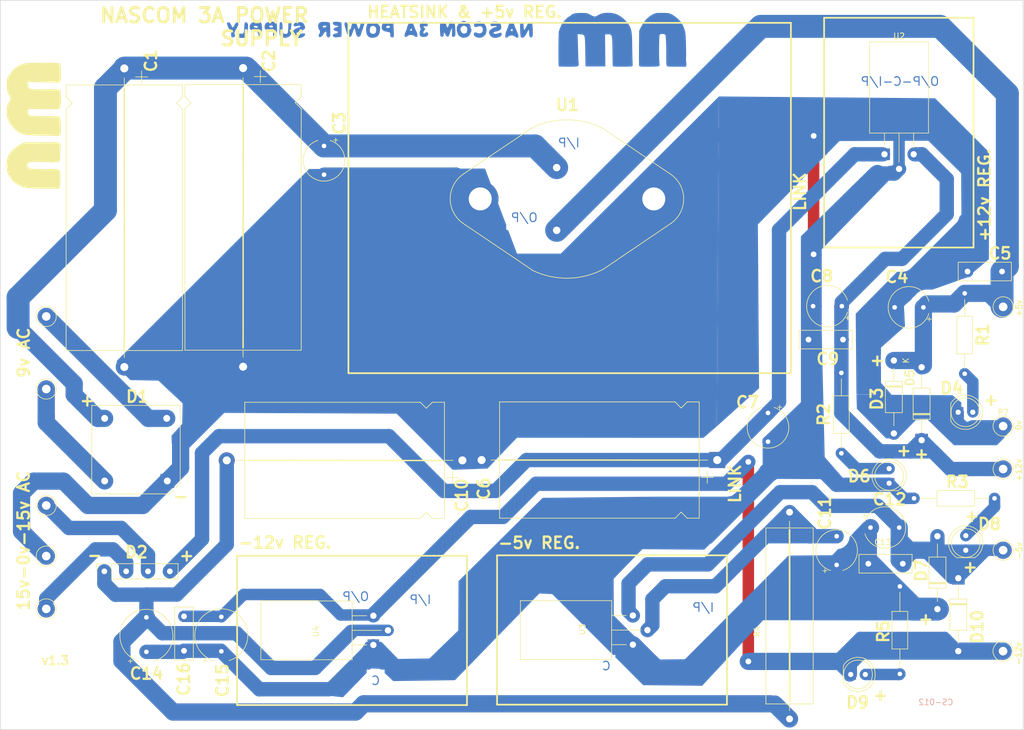
<source format=kicad_pcb>
(kicad_pcb (version 20241229) (generator "pcbnew") (generator_version "9.0")
  (title_block (title "3A PSU / KIcad 9") (date "2025-03-29") (rev "V1.3"))
  (layers (0 "F.Cu" signal) (2 "B.Cu" signal) (13 "F.Paste" user) (15 "B.Paste" user) (5 "F.SilkS" user "F.Silkscreen") (7 "B.SilkS" user "B.Silkscreen") (1 "F.Mask" user) (3 "B.Mask" user) (25 "Edge.Cuts" user))
  (net 0 "")
  (net 1 "GND")
  (net 2 "Net-(D3-K)")
  (net 3 "Net-(D5-K)")
  (net 4 "Net-(U3-VI)")
  (net 5 "Net-(D10-K)")
  (net 6 "Net-(D10-A)")
  (net 7 "Net-(P1-Pin_1)")
  (net 8 "Net-(P2-Pin_1)")
  (net 9 "Net-(P3-Pin_1)")
  (net 10 "Net-(P5-Pin_1)")
  (net 11 "Net-(D4-A)")
  (net 12 "Net-(D6-A)")
  (net 13 "Net-(D8-A)")
  (net 14 "Net-(D9-A)")
  (net 15 "Net-(D2-+)")
  (net 16 "Net-(D1-+)")
  (net 17 "Net-(D2--)")
  (footprint "Capacitor_THT:CP_Radial_Tantal_D7.0mm_P5.00mm" (layer "F.Cu") (at 201.419711 141.814231)
    (property "Reference" "C12")
    (property "Value" "2.2uF")
  )
  (footprint "TestPoint:TestPoint_THTPad_D3.0mm_Drill1.5mm" (layer "F.Cu") (at 224.5 124.145541)
    (property "Reference" "P7")
    (property "Value" "0V")
  )
  (footprint "TestPoint:TestPoint_THTPad_D3.0mm_Drill1.5mm" (layer "F.Cu") (at 58 105.050231)
    (property "Reference" "P1" (hide yes))
    (property "Value" "9VAC")
  )
  (footprint "Nascom:R_Axial_DIN0207_L6.3mm_D2.5mm_P14mm_Horizontal" (layer "F.Cu") (at 196.351895 114.87542 -90)
    (property "Reference" "R2")
    (property "Value" "1K")
  )
  (footprint "Nascom:C_Disc_D9.0mm_W3.0mm_P6.00mm" (layer "F.Cu") (at 201.045687 148.108817)
    (property "Reference" "C13")
    (property "Value" "0.1uF")
  )
  (footprint "Capacitor_THT:CP_Radial_Tantal_D7.0mm_P5.00mm" (layer "F.Cu") (at 195.528832 148.320233 90)
    (property "Reference" "C11")
    (property "Value" "2.2uF")
  )
  (footprint "TestPoint:TestPoint_THTPad_D3.0mm_Drill1.5mm" (layer "F.Cu") (at 224.5 131.620814)
    (property "Reference" "P8" (hide yes))
    (property "Value" "+12V")
  )
  (footprint "Diode_THT:D_DO-41_SOD81_P12.70mm_Horizontal" (layer "F.Cu") (at 210.317764 126.595393 90)
    (property "Reference" "D5")
    (property "Value" "1N4001")
  )
  (footprint "Nascom:R_Axial_Power_L31.0mm_W8.0mm_P36mm" (layer "F.Cu") (at 187.333891 175.136217 90)
    (property "Reference" "R4")
    (property "Value" "10")
  )
  (footprint "Diode_THT:D_DO-41_SOD81_P12.70mm_Horizontal" (layer "F.Cu") (at 216.697199 150.629089 -90)
    (property "Reference" "D10")
    (property "Value" "1N4001")
  )
  (footprint "Nascom:C_Disc_D9.0mm_W3.0mm_P6.00mm" (layer "F.Cu") (at 81.968061 163.267079 90)
    (property "Reference" "C16")
    (property "Value" "0.1uF")
  )
  (footprint "MountingHole:MountingHole_3.5mm" (layer "F.Cu") (at 168.412581 159.615629)
    (property "Reference" "TR2" (hide yes))
    (property "Value" "MountingHole")
  )
  (footprint "Diode_THT:Diode_Bridge_15.2x15.2x6.3mm_P10.9mm" (layer "F.Cu") (at 79.060821 133.696735 180)
    (property "Reference" "D1")
    (property "Value" "D_Bridge_-A+A")
  )
  (footprint "MountingHole:MountingHole_3.5mm" (layer "F.Cu") (at 206.391832 85.156689)
    (property "Reference" "TR1" (hide yes))
    (property "Value" "MountingHole")
  )
  (footprint "Capacitor_THT:CP_Axial_L46.0mm_D20.0mm_P52.00mm_Horizontal" (layer "F.Cu") (at 92.249444 61.807345 -90)
    (property "Reference" "C2")
    (property "Value" "3300uF")
  )
  (footprint "Nascom:nm logo" (layer "F.Cu") (at 55.858307 71.965296 90)
    (property "Reference" "G001" (hide yes))
    (property "Value" "LOGO" (hide yes))
  )
  (footprint "Nascom:TO-220-3_Horizontal_TabDown_staggered" (layer "F.Cu") (at 203.851832 76.816902)
    (property "Reference" "U2")
    (property "Value" "L7812")
  )
  (footprint "LED_THT:LED_D5.0mm" (layer "F.Cu") (at 197.982161 167.393498)
    (property "Reference" "D9")
    (property "Value" "LED")
  )
  (footprint "Nascom:TO-220-3_Horizontal_TabDown_staggered" (layer "F.Cu") (at 160.073034 162.202859 90)
    (property "Reference" "U3")
    (property "Value" "L7905")
  )
  (footprint "TestPoint:TestPoint_THTPad_D3.0mm_Drill1.5mm" (layer "F.Cu") (at 224.48652 163.329779)
    (property "Reference" "P10" (hide yes))
    (property "Value" "-12V")
  )
  (footprint "TestPoint:TestPoint_THTPad_D3.0mm_Drill1.5mm" (layer "F.Cu") (at 58 155.97262)
    (property "Reference" "P5" (hide yes))
    (property "Value" "15VAC")
  )
  (footprint "Resistor_THT:R_Axial_DIN0207_L6.3mm_D2.5mm_P15.24mm_Horizontal" (layer "F.Cu") (at 206.528595 152.05865 -90)
    (property "Reference" "R5")
    (property "Value" "1K")
  )
  (footprint "Nascom:CP_Radial_Tantal_D8.0mm_P6.00mm" (layer "F.Cu") (at 75.428214 163.164786 90)
    (property "Reference" "C14")
    (property "Value" "2.2uF")
  )
  (footprint "MountingHole:MountingHole_3.5mm" (layer "F.Cu") (at 224.109413 172.101957)
    (property "Reference" "H3" (hide yes))
    (property "Value" "MountingHole")
  )
  (footprint "Capacitor_THT:CP_Axial_L46.0mm_D20.0mm_P52.00mm_Horizontal" (layer "F.Cu") (at 71.581206 61.860526 -90)
    (property "Reference" "C1")
    (property "Value" "3300uF")
  )
  (footprint "TestPoint:TestPoint_THTPad_D3.0mm_Drill1.5mm" (layer "F.Cu") (at 224.5 103.375737)
    (property "Reference" "P6" (hide yes))
    (property "Value" "+5V")
  )
  (footprint "MountingHole:MountingHole_3.5mm" (layer "F.Cu") (at 53.864078 172.131522)
    (property "Reference" "H2" (hide yes))
    (property "Value" "MountingHole")
  )
  (footprint "Nascom:R_Axial_DIN0207_L6.3mm_D2.5mm_P14mm_Horizontal" (layer "F.Cu") (at 209.002836 136.724958)
    (property "Reference" "R3")
    (property "Value" "270")
  )
  (footprint "LED_THT:LED_D5.0mm" (layer "F.Cu") (at 218.000257 145.7615 90)
    (property "Reference" "D8")
    (property "Value" "LED")
  )
  (footprint "Diode_THT:D_DO-41_SOD81_P12.70mm_Horizontal" (layer "F.Cu") (at 213.065975 156.013739 90)
    (property "Reference" "D7")
    (property "Value" "1N4001")
  )
  (footprint "Capacitor_THT:CP_Axial_L34.5mm_D20.0mm_P41.00mm_Horizontal" (layer "F.Cu") (at 130.40842 130.112085 180)
    (property "Reference" "C10")
    (property "Value" "1000uF")
  )
  (footprint "Nascom:Bridge_Rectifier_BR81D" (layer "F.Cu") (at 68.105213 149.433692 90)
    (property "Reference" "D2")
    (property "Value" "D_Bridge_-AA+")
  )
  (footprint "TestPoint:TestPoint_THTPad_D3.0mm_Drill1.5mm" (layer "F.Cu") (at 224.499127 145.753596)
    (property "Reference" "P9" (hide yes))
    (property "Value" "-5V")
  )
  (footprint "Capacitor_THT:CP_Radial_Tantal_D7.0mm_P5.00mm" (layer "F.Cu") (at 210.622751 103.468598 180)
    (property "Reference" "C4")
    (property "Value" "2.2uF")
  )
  (footprint "Capacitor_THT:CP_Radial_Tantal_D7.0mm_P5.00mm" (layer "F.Cu") (at 106.335221 75.364118 -90)
    (property "Reference" "C3")
    (property "Value" "2.2uF")
  )
  (footprint "Nascom:psu long logo inverted back copper" (layer "F.Cu") (at 129.322801 56.814815)
    (property "Reference" "G002" (hide yes))
    (property "Value" "LOGO" (hide yes))
  )
  (footprint "TestPoint:TestPoint_THTPad_D3.0mm_Drill1.5mm" (layer "F.Cu") (at 58 117.690869)
    (property "Reference" "P2" (hide yes))
    (property "Value" "9VAC")
  )
  (footprint "Nascom:C_Disc_D9.0mm_W3.0mm_P6.00mm" (layer "F.Cu") (at 224.306678 97.226306 180)
    (property "Reference" "C5")
    (property "Value" "0.1uF")
  )
  (footprint "Nascom:R_Axial_DIN0207_L6.3mm_D2.5mm_P14mm_Horizontal" (layer "F.Cu") (at 217.813675 101.029918 -90)
    (property "Reference" "R1")
    (property "Value" "270")
  )
  (footprint "TestPoint:TestPoint_THTPad_D3.0mm_Drill1.5mm" (layer "F.Cu") (at 58 137.957679)
    (property "Reference" "P3" (hide yes))
    (property "Value" "15VAC")
  )
  (footprint "Capacitor_THT:CP_Radial_Tantal_D7.0mm_P5.00mm" (layer "F.Cu") (at 196.434095 103.265782 180)
    (property "Reference" "C8")
    (property "Value" "2.2uF")
  )
  (footprint "Capacitor_THT:CP_Radial_Tantal_D7.0mm_P5.00mm" (layer "F.Cu") (at 183.587442 121.856163 -90)
    (property "Reference" "C7")
    (property "Value" "2.2uF")
  )
  (footprint "Package_TO_SOT_THT:TO-3" (layer "F.Cu") (at 146.812133 79.135272)
    (property "Reference" "U1")
    (property "Value" "LM323K")
  )
  (footprint "MountingHole:MountingHole_3.5mm" (layer "F.Cu") (at 122.908792 159.708475)
    (property "Reference" "TR3" (hide yes))
    (property "Value" "MountingHole")
  )
  (footprint "Nascom:C_Disc_D9.0mm_W3.0mm_P6.00mm" (layer "F.Cu") (at 196.640024 109.085042 180)
    (property "Reference" "C9")
    (property "Value" "0.1uF")
  )
  (footprint "LED_THT:LED_D5.0mm" (layer "F.Cu") (at 204.662912 134.091648 90)
    (property "Reference" "D6")
    (property "Value" "LED")
  )
  (footprint "Capacitor_THT:CP_Axial_L34.5mm_D20.0mm_P41.00mm_Horizontal" (layer "F.Cu") (at 174.750359 130.057917 180)
    (property "Reference" "C6")
    (property "Value" "1000uF")
  )
  (footprint "MountingHole:MountingHole_3.5mm" (layer "F.Cu") (at 73.610821 128.246735)
    (property "Reference" "BR1" (hide yes))
    (property "Value" "MountingHole")
  )
  (footprint "LED_THT:LED_D5.0mm" (layer "F.Cu") (at 216.676991 121.729608)
    (property "Reference" "D4")
    (property "Value" "LED")
  )
  (footprint "Diode_THT:D_DO-41_SOD81_P12.70mm_Horizontal" (layer "F.Cu") (at 205.484722 112.723697 -90)
    (property "Reference" "D3")
    (property "Value" "1N4001")
  )
  (footprint "MountingHole:MountingHole_3.5mm" (layer "F.Cu") (at 224.122798 54.875995)
    (property "Reference" "H4" (hide yes))
    (property "Value" "MountingHole")
  )
  (footprint "Nascom:TO-220-3_Horizontal_TabDown_staggered" (layer "F.Cu") (at 114.917196 162.248475 90)
    (property "Reference" "U4")
    (property "Value" "L7912")
  )
  (footprint "TestPoint:TestPoint_THTPad_D3.0mm_Drill1.5mm" (layer "F.Cu") (at 58 146.779429)
    (property "Reference" "P4" (hide yes))
    (property "Value" "GND")
  )
  (footprint "Nascom:CP_Radial_Tantal_D8.0mm_P6.00mm" (layer "F.Cu") (at 88.459641 163.071926 90)
    (property "Reference" "C15")
    (property "Value" "2.2uF")
  )
  (footprint "MountingHole:MountingHole_3.5mm" (layer "F.Cu") (at 53.883423 54.87498)
    (property "Reference" "H1" (hide yes))
    (property "Value" "MountingHole")
  )
  (gr_line (start 110.571708 53.928912) (end 187.571708 53.928912) (stroke (width 0.3)) (layer "F.SilkS"))
  (gr_line (start 137.275194 130.058166) (end 171.295193 130.063896) (stroke (width 0.25)) (layer "F.SilkS"))
  (gr_line (start 91.205684 146.722626) (end 91.205684 172.722626) (stroke (width 0.3)) (layer "F.SilkS"))
  (gr_line (start 136.440638 146.645708) (end 176.440638 146.645708) (stroke (width 0.3)) (layer "F.SilkS"))
  (gr_line (start 131.205684 172.722626) (end 131.205684 146.722626) (stroke (width 0.3)) (layer "F.SilkS"))
  (gr_line (start 92.265377 65.02901) (end 92.249403 110.516564) (stroke (width 0.25)) (layer "F.SilkS"))
  (gr_line (start 136.440638 146.645708) (end 136.440638 172.645708) (stroke (width 0.3)) (layer "F.SilkS"))
  (gr_line (start 176.440638 172.645708) (end 176.440638 146.645708) (stroke (width 0.3)) (layer "F.SilkS"))
  (gr_line (start 193.346301 93.049004) (end 193.346301 53.049004) (stroke (width 0.3)) (layer "F.SilkS"))
  (gr_line (start 71.570744 65.092042) (end 71.579338 110.59279) (stroke (width 0.25)) (layer "F.SilkS"))
  (gr_line (start 92.928978 130.113907) (end 126.942791 130.138989) (stroke (width 0.25)) (layer "F.SilkS"))
  (gr_line (start 187.334171 142.186732) (end 187.360795 172.080517) (stroke (width 0.3)) (layer "F.SilkS"))
  (gr_line (start 136.440638 172.645708) (end 176.440638 172.645708) (stroke (width 0.3)) (layer "F.SilkS"))
  (gr_line (start 91.205684 172.722626) (end 131.205684 172.722626) (stroke (width 0.3)) (layer "F.SilkS"))
  (gr_line (start 110.571708 114.928912) (end 110.571708 53.928912) (stroke (width 0.3)) (layer "F.SilkS"))
  (gr_line (start 187.571708 114.928912) (end 187.571708 53.928912) (stroke (width 0.3)) (layer "F.SilkS"))
  (gr_line (start 219.346301 53.049004) (end 193.346301 53.049004) (stroke (width 0.3)) (layer "F.SilkS"))
  (gr_line (start 193.346301 93.049004) (end 219.346301 93.049004) (stroke (width 0.3)) (layer "F.SilkS"))
  (gr_line (start 110.571708 114.928912) (end 187.571708 114.928912) (stroke (width 0.3)) (layer "F.SilkS"))
  (gr_line (start 219.346301 93.049004) (end 219.346301 53.049004) (stroke (width 0.3)) (layer "F.SilkS"))
  (gr_line (start 91.205684 146.722626) (end 131.205684 146.722626) (stroke (width 0.3)) (layer "F.SilkS"))
  (gr_line (start 50 50) (end 50 177) (stroke (width 0.1)) (layer "Edge.Cuts"))
  (gr_line (start 50 177) (end 228 177) (stroke (width 0.1)) (layer "Edge.Cuts"))
  (gr_line (start 228 50) (end 228 177) (stroke (width 0.1)) (layer "Edge.Cuts"))
  (gr_line (start 50 50) (end 228 50) (stroke (width 0.1)) (layer "Edge.Cuts"))
  (gr_text "C" (at 116.186805 169.341873 0) (layer "B.Cu") (effects (font (size 1.5 1.5) (thickness 0.1875)) (justify left bottom mirror)))
  (gr_text "O/P" (at 114.280015 154.700448 0) (layer "B.Cu") (effects (font (size 1.5 1.5) (thickness 0.1875)) (justify left bottom mirror)))
  (gr_text "I/P" (at 125.107859 155.245245 0) (layer "B.Cu") (effects (font (size 1.5 1.5) (thickness 0.1875)) (justify left bottom mirror)))
  (gr_text "O/P-C-I/P" (at 213.483105 65.003524 0) (layer "B.Cu") (effects (font (size 1.5 1.5) (thickness 0.1875)) (justify left bottom mirror)))
  (gr_text "I/P" (at 174.324387 156.597554 0) (layer "B.Cu") (effects (font (size 1.5 1.5) (thickness 0.1875)) (justify left bottom mirror)))
  (gr_text "O/P" (at 143.618195 88.716141 0) (layer "B.Cu") (effects (font (size 1.5 1.5) (thickness 0.1875)) (justify left bottom mirror)))
  (gr_text "C" (at 156.334729 166.778452 0) (layer "B.Cu") (effects (font (size 1.5 1.5) (thickness 0.1875)) (justify left bottom mirror)))
  (gr_text "I/P" (at 150.951676 75.704852 0) (layer "B.Cu") (effects (font (size 1.5 1.5) (thickness 0.1875)) (justify left bottom mirror)))
  (gr_text "-" (at 64.928756 147.778148 0) (layer "F.SilkS") (effects (font (size 2 2) (thickness 0.4) (bold yes)) (justify left bottom)))
  (gr_text "9v AC" (at 55.250966 115.961255 90) (layer "F.SilkS") (effects (font (size 2 2) (thickness 0.4) (bold yes)) (justify left bottom)))
  (gr_text "-" (at 79.888007 137.546804 0) (layer "F.SilkS") (effects (font (size 2 2) (thickness 0.4) (bold yes)) (justify left bottom)))
  (gr_text "+" (at 220.897738 120.725804 0) (layer "F.SilkS") (effects (font (size 2 2) (thickness 0.4) (bold yes)) (justify left bottom)))
  (gr_text "+5v" (at 227.853488 105.224926 90) (layer "F.SilkS") (effects (font (size 1 1) (thickness 0.2) (bold yes)) (justify left bottom)))
  (gr_text "15v-0v-15v AC" (at 55.232536 156.473418 90) (layer "F.SilkS") (effects (font (size 2 2) (thickness 0.4) (bold yes)) (justify left bottom)))
  (gr_text "+12v" (at 227.820448 133.900131 90) (layer "F.SilkS") (effects (font (size 1 1) (thickness 0.2) (bold yes)) (justify left bottom)))
  (gr_text "+" (at 63.644197 120.829217 0) (layer "F.SilkS") (effects (font (size 2 2) (thickness 0.4) (bold yes)) (justify left bottom)))
  (gr_text "NASCOM 3A POWER\n           SUPPLY" (at 67.081981 58.111274 0) (layer "F.SilkS") (effects (font (size 2.5 2.5) (thickness 0.5) (bold yes)) (justify left bottom)))
  (gr_text "+" (at 80.941125 147.818478 0) (layer "F.SilkS") (effects (font (size 2 2) (thickness 0.4) (bold yes)) (justify left bottom)))
  (gr_text "-5v" (at 227.878104 147.454187 90) (layer "F.SilkS") (effects (font (size 1 1) (thickness 0.2) (bold yes)) (justify left bottom)))
  (gr_text "-12v REG." (at 91.244965 145.590713 0) (layer "F.SilkS") (effects (font (size 2 2) (thickness 0.4) (bold yes)) (justify left bottom)))
  (gr_text "+" (at 201.676141 172.14504 0) (layer "F.SilkS") (effects (font (size 2 2) (thickness 0.4) (bold yes)) (justify left bottom)))
  (gr_text "+" (at 208.807538 130.128759 0) (layer "F.SilkS") (effects (font (size 2 2) (thickness 0.4) (bold yes)) (justify left bottom)))
  (gr_text "+" (at 201.106769 113.824787 0) (layer "F.SilkS") (effects (font (size 2 2) (thickness 0.4) (bold yes)) (justify left bottom)))
  (gr_text "+" (at 209.547416 158.866215 0) (layer "F.SilkS") (effects (font (size 2 2) (thickness 0.4) (bold yes)) (justify left bottom)))
  (gr_text "-5v REG.\n" (at 136.422778 145.648723 0) (layer "F.SilkS") (effects (font (size 2 2) (thickness 0.4) (bold yes)) (justify left bottom)))
  (gr_text "LINK" (at 178.997468 137.765748 90) (layer "F.SilkS") (effects (font (size 2 2) (thickness 0.4) (bold yes)) (justify left bottom)))
  (gr_text "HEATSINK & +5v REG." (at 113.621845 53.216214 0) (layer "F.SilkS") (effects (font (size 2 2) (thickness 0.4) (bold yes)) (justify left bottom)))
  (gr_text "+" (at 205.732462 129.535188 0) (layer "F.SilkS") (effects (font (size 2 2) (thickness 0.4) (bold yes)) (justify left bottom)))
  (gr_text "-12v" (at 227.77658 165.860077 90) (layer "F.SilkS") (effects (font (size 1 1) (thickness 0.25) (bold yes)) (justify left bottom)))
  (gr_text "+" (at 217.564373 140.935936 0) (layer "F.SilkS") (effects (font (size 2 2) (thickness 0.4) (bold yes)) (justify left bottom)))
  (gr_text "LINK" (at 190.312013 86.915915 90) (layer "F.SilkS") (effects (font (size 2 2) (thickness 0.4) (bold yes)) (justify left bottom)))
  (gr_text "+12v REG." (at 222.433267 92.245986 90) (layer "F.SilkS") (effects (font (size 2 2) (thickness 0.4) (bold yes)) (justify left bottom)))
  (gr_text "0v" (at 227.814218 124.987812 90) (layer "F.SilkS") (effects (font (size 1 1) (thickness 0.2) (bold yes)) (justify left bottom)))
  (gr_text "v1.3" (at 57.018813 165.835522 0) (layer "F.SilkS") (effects (font (size 1.5 1.5) (thickness 0.3) (bold yes)) (justify left bottom)))
  (gr_text "+" (at 217.263226 149.796755 0) (layer "F.SilkS") (effects (font (size 2 2) (thickness 0.4) (bold yes)) (justify left bottom)))
  (gr_text "CS-012" (at 215.909879 172.802291 0) (layer "B.SilkS") (effects (font (size 1 1)) (justify left bottom mirror)))
  (segment (start 191.518867 94.235175) (end 191.518867 73.629464) (width 2) (layer "F.Cu") (net 1))
  (segment (start 191.518867 73.629464) (end 191.53374 73.614591) (width 2) (layer "F.Cu") (net 1))
  (via (at 191.53374 73.614591) (size 2) (drill 1) (layers "F.Cu" "B.Cu") (net 1))
  (via (at 191.518867 94.235175) (size 2) (drill 1) (layers "F.Cu" "B.Cu") (net 1))
  (segment (start 55.832856 133.725067) (end 61.002091 133.725067) (width 3) (layer "B.Cu") (net 1))
  (segment (start 209.002836 136.724958) (end 207.296222 136.724958) (width 2) (layer "B.Cu") (net 1))
  (segment (start 81.785354 163.449786) (end 81.968061 163.267079) (width 2.5) (layer "B.Cu") (net 1))
  (segment (start 205.622751 103.468598) (end 211.865043 97.226306) (width 2) (layer "B.Cu") (net 1))
  (segment (start 188.668367 127.532605) (end 172.903541 143.297431) (width 3) (layer "B.Cu") (net 1))
  (segment (start 164.507146 166.636971) (end 169.411809 166.636971) (width 3) (layer "B.Cu") (net 1))
  (segment (start 71.634387 113.807345) (end 71.581206 113.860526) (width 3) (layer "B.Cu") (net 1))
  (segment (start 133.512133 99.498076) (end 141.155731 107.141674) (width 2.5) (layer "B.Cu") (net 1))
  (segment (start 114.917196 162.248475) (end 107.201221 169.96445) (width 2) (layer "B.Cu") (net 1))
  (segment (start 81.377236 127.321558) (end 92.249444 116.44935) (width 3) (layer "B.Cu") (net 1))
  (segment (start 212.136092 121.948168) (end 214.803308 124.615384) (width 2) (layer "B.Cu") (net 1))
  (segment (start 191.434095 91.358822) (end 191.434095 94.319947) (width 3) (layer "B.Cu") (net 1))
  (segment (start 133.750359 114.425164) (end 133.750359 116.395801) (width 2.5) (layer "B.Cu") (net 1))
  (segment (start 211.865043 97.226306) (end 218.306678 97.226306) (width 2) (layer "B.Cu") (net 1))
  (segment (start 53.697064 142.476493) (end 53.697064 135.860859) (width 3) (layer "B.Cu") (net 1))
  (segment (start 129.290979 80.364118) (end 133.512133 84.585272) (width 2.5) (layer "B.Cu") (net 1))
  (segment (start 202.218872 117.232627) (end 202.218872 106.872477) (width 2) (layer "B.Cu") (net 1))
  (segment (start 133.611068 116.535092) (end 133.750359 116.395801) (width 2.5) (layer "B.Cu") (net 1))
  (segment (start 216.676991 121.729608) (end 216.676991 124.523576) (width 2) (layer "B.Cu") (net 1))
  (segment (start 212.044028 73.295411) (end 206.251851 73.295411) (width 2) (layer "B.Cu") (net 1))
  (segment (start 61.002091 133.725067) (end 65.242722 137.965698) (width 3) (layer "B.Cu") (net 1))
  (segment (start 213.065975 156.013739) (end 208.950609 156.013739) (width 4) (layer "B.Cu") (net 1))
  (segment (start 92.249444 116.44935) (end 92.249444 113.807345) (width 3) (layer "B.Cu") (net 1))
  (segment (start 133.750359 130.057917) (end 130.462588 130.057917) (width 2.5) (layer "B.Cu") (net 1))
  (segment (start 160.073034 162.202859) (end 160.061059 162.202859) (width 2.5) (layer "B.Cu") (net 1))
  (segment (start 205.484722 125.423697) (end 205.484722 120.498477) (width 2) (layer "B.Cu") (net 1))
  (segment (start 205.484722 120.498477) (end 202.218872 117.232627) (width 2) (layer "B.Cu") (net 1))
  (segment (start 187.991925 126.856163) (end 188.668367 127.532605) (width 2.5) (layer "B.Cu") (net 1))
  (segment (start 202.218872 106.872477) (end 205.622751 103.468598) (width 2) (layer "B.Cu") (net 1))
  (segment (start 195.493828 134.358066) (end 188.668367 127.532605) (width 2.5) (layer "B.Cu") (net 1))
  (segment (start 204.396494 134.358066) (end 195.493828 134.358066) (width 2.5) (layer "B.Cu") (net 1))
  (segment (start 148.377042 143.297431) (end 156.768742 143.297431) (width 3) (layer "B.Cu") (net 1))
  (segment (start 218.306678 79.558061) (end 212.044028 73.295411) (width 2) (layer "B.Cu") (net 1))
  (segment (start 208.960251 121.948168) (end 212.136092 121.948168) (width 2) (layer "B.Cu") (net 1))
  (segment (start 216.768799 124.615384) (end 219.226357 124.615384) (width 2) (layer "B.Cu") (net 1))
  (segment (start 205.586336 80.162398) (end 202.630519 80.162398) (width 2.5) (layer "B.Cu") (net 1))
  (segment (start 144.766336 146.908136) (end 148.377042 143.297431) (width 3) (layer "B.Cu") (net 1))
  (segment (start 141.155731 107.141674) (end 140.102346 108.195059) (width 2.5) (layer "B.Cu") (net 1))
  (segment (start 95.067165 169.96445) (end 107.201221 169.96445) (width 2.5) (layer "B.Cu") (net 1))
  (segment (start 201.045687 142.188255) (end 201.419711 141.814231) (width 3) (layer "B.Cu") (net 1))
  (segment (start 205.484722 125.423697) (end 208.960251 121.948168) (width 2) (layer "B.Cu") (net 1))
  (segment (start 224.030157 124.615384) (end 219.226357 124.615384) (width 3) (layer "B.Cu") (net 1))
  (segment (start 81.968061 163.267079) (end 88.369794 163.267079) (width 2.5) (layer "B.Cu") (net 1))
  (segment (start 206.391832 79.356902) (end 206.389275 79.354345) (width 2) (layer "B.Cu") (net 1))
  (segment (start 200.834271 148.320233) (end 201.045687 148.108817) (width 3) (layer "B.Cu") (net 1))
  (segment (start 224.5 124.145541) (end 224.030157 124.615384) (width 3) (layer "B.Cu") (net 1))
  (segment (start 202.630519 80.162398) (end 191.434095 91.358822) (width 3) (layer "B.Cu") (net 1))
  (segment (start 175.001994 73.295411) (end 163.712133 84.585272) (width 2) (layer "B.Cu") (net 1))
  (segment (start 206.389275 73.432835) (end 206.251851 73.295411) (width 2) (layer "B.Cu") (net 1))
  (segment (start 206.391832 79.356902) (end 205.586336 80.162398) (width 2.5) (layer "B.Cu") (net 1))
  (segment (start 160.073034 162.202859) (end 164.507146 166.636971) (width 3) (layer "B.Cu") (net 1))
  (segment (start 118.891664 166.222943) (end 125.45153 166.222943) (width 3) (layer "B.Cu") (net 1))
  (segment (start 195.528832 148.320233) (end 200.834271 148.320233) (width 3) (layer "B.Cu") (net 1))
  (segment (start 187.728548 148.320232) (end 195.528832 148.320233) (width 3) (layer "B.Cu") (net 1))
  (segment (start 191.434095 124.766877) (end 188.668367 127.532605) (width 3) (layer "B.Cu") (net 1))
  (segment (start 214.803308 124.615384) (end 216.768799 124.615384) (width 2) (layer "B.Cu") (net 1))
  (segment (start 92.249444 113.807345) (end 71.634387 113.807345) (width 3) (layer "B.Cu") (net 1))
  (segment (start 206.389275 79.354345) (end 206.389275 73.432835) (width 2) (layer "B.Cu") (net 1))
  (segment (start 88.369794 163.267079) (end 88.459641 163.356926) (width 2.5) (layer "B.Cu") (net 1))
  (segment (start 183.587442 126.856163) (end 187.991925 126.856163) (width 2) (layer "B.Cu") (net 1))
  (segment (start 140.102346 108.195059) (end 139.980464 108.195059) (width 2.5) (layer "B.Cu") (net 1))
  (segment (start 133.750359 116.395801) (end 133.750359 130.057917) (width 2.5) (layer "B.Cu") (net 1))
  (segment (start 125.45153 166.222943) (end 144.766336 146.908136) (width 3) (layer "B.Cu") (net 1))
  (segment (start 92.249444 113.807345) (end 111.486819 113.807345) (width 2.5) (layer "B.Cu") (net 1))
  (segment (start 163.712133 84.585272) (end 141.155731 107.141674) (width 2.5) (layer "B.Cu") (net 1))
  (segment (start 53.697064 135.860859) (end 55.832856 133.725067) (width 3) (layer "B.Cu") (net 1))
  (segment (start 160.061059 162.202859) (end 144.766336 146.908136) (width 2.5) (layer "B.Cu") (net 1))
  (segment (start 191.434095 103.265782) (end 191.434095 124.766877) (width 3) (layer "B.Cu") (net 1))
  (segment (start 88.459641 163.356926) (end 95.067165 169.96445) (width 2.5) (layer "B.Cu") (net 1))
  (segment (start 156.768742 143.297431) (end 155.671354 143.297431) (width 1) (layer "B.Cu") (net 1))
  (segment (start 201.045687 148.108817) (end 201.045687 142.188255) (width 3) (layer "B.Cu") (net 1))
  (segment (start 216.676991 124.523576) (end 216.768799 124.615384) (width 2) (layer "B.Cu") (net 1))
  (segment (start 74.791858 137.965698) (end 79.060821 133.696735) (width 3) (layer "B.Cu") (net 1))
  (segment (start 79.060821 133.696735) (end 79.087922 133.696735) (width 3) (layer "B.Cu") (net 1))
  (segment (start 114.917196 162.248475) (end 118.891664 166.222943) (width 2) (layer "B.Cu") (net 1))
  (segment (start 111.486819 113.807345) (end 114.214566 116.535092) (width 2.5) (layer "B.Cu") (net 1))
  (segment (start 139.980464 108.195059) (end 133.750359 114.425164) (width 2.5) (layer "B.Cu") (net 1))
  (segment (start 65.242722 137.965698) (end 74.791858 137.965698) (width 3) (layer "B.Cu") (net 1))
  (segment (start 133.512133 84.585272) (end 133.512133 99.498076) (width 2.5) (layer "B.Cu") (net 1))
  (segment (start 58 146.779429) (end 53.697064 142.476493) (width 3) (layer "B.Cu") (net 1))
  (segment (start 75.428214 163.449786) (end 81.785354 163.449786) (width 2.5) (layer "B.Cu") (net 1))
  (segment (start 218.306678 97.226306) (end 218.306678 79.558061) (width 2) (layer "B.Cu") (net 1))
  (segment (start 207.296222 136.724958) (end 204.662912 134.091648) (width 2) (layer "B.Cu") (net 1))
  (segment (start 114.214566 116.535092) (end 133.611068 116.535092) (width 2.5) (layer "B.Cu") (net 1))
  (segment (start 206.251851 73.295411) (end 175.001994 73.295411) (width 2) (layer "B.Cu") (net 1))
  (segment (start 201.045687 148.108817) (end 208.950609 156.013739) (width 4) (layer "B.Cu") (net 1))
  (segment (start 106.335221 80.364118) (end 129.290979 80.364118) (width 2.5) (layer "B.Cu") (net 1))
  (segment (start 79.087922 133.696735) (end 81.377236 131.407421) (width 3) (layer "B.Cu") (net 1))
  (segment (start 169.411809 166.636971) (end 187.728548 148.320232) (width 3) (layer "B.Cu") (net 1))
  (segment (start 81.377236 131.407421) (end 81.377236 127.321558) (width 3) (layer "B.Cu") (net 1))
  (segment (start 191.434095 94.319947) (end 191.434095 103.265782) (width 3) (layer "B.Cu") (net 1))
  (segment (start 172.903541 143.297431) (end 156.768742 143.297431) (width 3) (layer "B.Cu") (net 1))
  (segment (start 215.967946 102.875647) (end 211.215702 102.875647) (width 3) (layer "B.Cu") (net 2))
  (segment (start 225.233766 66.251654) (end 225.233766 96.299218) (width 4) (layer "B.Cu") (net 2))
  (segment (start 211.215702 102.875647) (end 210.622751 103.468598) (width 2.5) (layer "B.Cu") (net 2))
  (segment (start 210.622751 103.468598) (end 210.622751 113.590406) (width 3) (layer "B.Cu") (net 2))
  (segment (start 225.233766 96.299218) (end 224.306678 97.226306) (width 4) (layer "B.Cu") (net 2))
  (segment (start 210.622751 113.590406) (end 210.317764 113.895393) (width 2.5) (layer "B.Cu") (net 2))
  (segment (start 217.813675 101.029918) (end 222.046485 101.029918) (width 3) (layer "B.Cu") (net 2))
  (segment (start 217.813675 101.029918) (end 215.967946 102.875647) (width 3) (layer "B.Cu") (net 2))
  (segment (start 222.046485 101.029918) (end 224.306678 103.290111) (width 3) (layer "B.Cu") (net 2))
  (segment (start 182.322505 54.5449) (end 213.527012 54.5449) (width 4) (layer "B.Cu") (net 2))
  (segment (start 213.527012 54.5449) (end 225.233766 66.251654) (width 4) (layer "B.Cu") (net 2))
  (segment (start 224.306678 97.226306) (end 224.306678 103.290111) (width 4) (layer "B.Cu") (net 2))
  (segment (start 205.484722 112.723697) (end 209.146068 112.723697) (width 3) (layer "B.Cu") (net 2))
  (segment (start 209.146068 112.723697) (end 210.317764 113.895393) (width 2.5) (layer "B.Cu") (net 2))
  (segment (start 146.812133 90.055272) (end 182.322505 54.5449) (width 4) (layer "B.Cu") (net 2))
  (segment (start 206.901699 95.024728) (end 214.690374 87.236053) (width 2.5) (layer "B.Cu") (net 3))
  (segment (start 224.5 131.620814) (end 215.343185 131.620814) (width 2.5) (layer "B.Cu") (net 3))
  (segment (start 214.690374 81.131728) (end 210.375548 76.816902) (width 2.5) (layer "B.Cu") (net 3))
  (segment (start 196.434095 103.265782) (end 196.434095 102.567226) (width 2.5) (layer "B.Cu") (net 3))
  (segment (start 215.343185 131.620814) (end 210.317764 126.595393) (width 2.5) (layer "B.Cu") (net 3))
  (segment (start 196.351895 114.87542) (end 196.351895 103.347982) (width 2.5) (layer "B.Cu") (net 3))
  (segment (start 214.690374 87.236053) (end 214.690374 81.131728) (width 2.5) (layer "B.Cu") (net 3))
  (segment (start 196.351895 121.897715) (end 202.991242 128.537062) (width 2.5) (layer "B.Cu") (net 3))
  (segment (start 202.991242 128.537062) (end 208.376095 128.537062) (width 2.5) (layer "B.Cu") (net 3))
  (segment (start 208.376095 128.537062) (end 210.317764 126.595393) (width 2.5) (layer "B.Cu") (net 3))
  (segment (start 196.351895 103.347982) (end 196.434095 103.265782) (width 2.5) (layer "B.Cu") (net 3))
  (segment (start 203.976593 95.024728) (end 206.901699 95.024728) (width 2.5) (layer "B.Cu") (net 3))
  (segment (start 212.259433 128.537062) (end 215.343185 131.620814) (width 2.5) (layer "B.Cu") (net 3))
  (segment (start 210.4 76.816902) (end 209.1 76.816902) (width 2.5) (layer "B.Cu") (net 3))
  (segment (start 196.351895 114.87542) (end 196.351895 121.897715) (width 2.5) (layer "B.Cu") (net 3))
  (segment (start 196.434095 102.567226) (end 203.976593 95.024728) (width 2.5) (layer "B.Cu") (net 3))
  (segment (start 208.376095 128.537062) (end 212.259433 128.537062) (width 2.5) (layer "B.Cu") (net 3))
  (segment (start 187.333891 139.136217) (end 190.891324 142.69365) (width 2.5) (layer "B.Cu") (net 4))
  (segment (start 187.333891 139.136217) (end 187.333891 143.308039) (width 2.5) (layer "B.Cu") (net 4))
  (segment (start 183.29584 143.320233) (end 183.222857 143.24725) (width 2.5) (layer "B.Cu") (net 4))
  (segment (start 187.333891 143.308039) (end 187.321697 143.320233) (width 2.5) (layer "B.Cu") (net 4))
  (segment (start 163.463672 154.313638) (end 165.745706 152.031604) (width 2.5) (layer "B.Cu") (net 4))
  (segment (start 195.528832 143.320233) (end 190.891324 143.320233) (width 2.5) (layer "B.Cu") (net 4))
  (segment (start 190.891324 142.69365) (end 190.891324 143.320233) (width 2.5) (layer "B.Cu") (net 4))
  (segment (start 187.321697 143.320233) (end 183.29584 143.320233) (width 2.5) (layer "B.Cu") (net 4))
  (segment (start 163.463672 158.812221) (end 163.463672 154.313638) (width 2.5) (layer "B.Cu") (net 4))
  (segment (start 190.891324 143.320233) (end 187.321697 143.320233) (width 2.5) (layer "B.Cu") (net 4))
  (segment (start 174.438504 152.031604) (end 183.222857 143.24725) (width 2.5) (layer "B.Cu") (net 4))
  (segment (start 162.613034 159.662859) (end 163.463672 158.812221) (width 2.5) (layer "B.Cu") (net 4))
  (segment (start 165.745706 152.031604) (end 174.438504 152.031604) (width 2.5) (layer "B.Cu") (net 4))
  (segment (start 183.222857 143.24725) (end 187.333891 139.136217) (width 2.5) (layer "B.Cu") (net 4))
  (segment (start 162.655009 148.220353) (end 159.322247 151.553115) (width 2.5) (layer "B.Cu") (net 5))
  (segment (start 218.000257 145.7615) (end 221.614183 145.7615) (width 2) (layer "B.Cu") (net 5))
  (segment (start 206.419711 141.814231) (end 206.419711 147.482841) (width 3) (layer "B.Cu") (net 5))
  (segment (start 213.065975 143.313739) (end 213.065975 145.738226) (width 2.5) (layer "B.Cu") (net 5))
  (segment (start 173.119612 148.220353) (end 162.655009 148.220353) (width 2.5) (layer "B.Cu") (net 5))
  (segment (start 216.697199 150.629089) (end 221.564788 145.7615) (width 2) (layer "B.Cu") (net 5))
  (segment (start 208.890919 146.263585) (end 208.890919 145.7615) (width 2) (layer "B.Cu") (net 5))
  (segment (start 206.419711 147.482841) (end 207.045687 148.108817) (width 3) (layer "B.Cu") (net 5))
  (segment (start 159.322247 151.553115) (end 159.322247 156.372072) (width 2.5) (layer "B.Cu") (net 5))
  (segment (start 213.065975 145.738226) (end 213.042701 145.7615) (width 2.5) (layer "B.Cu") (net 5))
  (segment (start 216.697199 150.629089) (end 215.532242 150.629089) (width 2) (layer "B.Cu") (net 5))
  (segment (start 207.045687 148.108817) (end 208.890919 146.263585) (width 2) (layer "B.Cu") (net 5))
  (segment (start 215.532242 150.629089) (end 210.664653 145.7615) (width 2) (layer "B.Cu") (net 5))
  (segment (start 215.246162 145.7615) (end 213.042701 145.7615) (width 2) (layer "B.Cu") (net 5))
  (segment (start 191.259226 135.652369) (end 185.687596 135.652369) (width 2.5) (layer "B.Cu") (net 5))
  (segment (start 159.322247 156.372072) (end 160.073034 157.122859) (width 2.5) (layer "B.Cu") (net 5))
  (segment (start 210.664653 145.7615) (end 208.890919 145.7615) (width 3) (layer "B.Cu") (net 5))
  (segment (start 206.419711 143.290292) (end 206.419711 141.814231) (width 2) (layer "B.Cu") (net 5))
  (segment (start 216.697199 150.629089) (end 216.697199 147.212537) (width 2) (layer "B.Cu") (net 5))
  (segment (start 218.000257 145.7615) (end 215.246162 145.7615) (width 2) (layer "B.Cu") (net 5))
  (segment (start 206.419711 141.814231) (end 202.64127 138.03579) (width 2.5) (layer "B.Cu") (net 5))
  (segment (start 216.697199 150.629089) (end 216.697199 149.415998) (width 2) (layer "B.Cu") (net 5))
  (segment (start 193.642647 138.03579) (end 191.259226 135.652369) (width 2.5) (layer "B.Cu") (net 5))
  (segment (start 221.614183 145.7615) (end 224.491223 145.7615) (width 2) (layer "B.Cu") (net 5))
  (segment (start 216.697199 147.212537) (end 215.246162 145.7615) (width 2) (layer "B.Cu") (net 5))
  (segment (start 218.000257 145.7615) (end 218.000257 149.326031) (width 2) (layer "B.Cu") (net 5))
  (segment (start 216.697199 149.415998) (end 213.042701 145.7615) (width 2) (layer "B.Cu") (net 5))
  (segment (start 221.564788 145.7615) (end 221.614183 145.7615) (width 2) (layer "B.Cu") (net 5))
  (segment (start 208.890919 145.7615) (end 206.419711 143.290292) (width 2) (layer "B.Cu") (net 5))
  (segment (start 185.687596 135.652369) (end 173.119612 148.220353) (width 2.5) (layer "B.Cu") (net 5))
  (segment (start 213.042701 145.7615) (end 210.664653 145.7615) (width 3) (layer "B.Cu") (net 5))
  (segment (start 202.64127 138.03579) (end 193.642647 138.03579) (width 2.5) (layer "B.Cu") (net 5))
  (segment (start 180.162287 165.118314) (end 180.16551 165.121537) (width 1) (layer "F.Cu") (net 6))
  (segment (start 180.162287 130.367628) (end 180.162287 165.118314) (width 2) (layer "F.Cu") (net 6))
  (via (at 180.162287 130.367628) (size 2) (drill 1) (layers "F.Cu" "B.Cu") (net 6))
  (via (at 180.16551 165.121537) (size 2) (drill 1) (layers "F.Cu" "B.Cu") (net 6))
  (segment (start 197.73657 167.393498) (end 196.671795 166.328723) (width 2) (layer "B.Cu") (net 6))
  (segment (start 109.212984 157.03373) (end 114.852451 157.03373) (width 2) (layer "B.Cu") (net 6))
  (segment (start 92.350457 153.46611) (end 105.645364 153.46611) (width 2) (layer "B.Cu") (net 6))
  (segment (start 81.968061 157.267079) (end 88.369794 157.267079) (width 2) (layer "B.Cu") (net 6))
  (segment (start 176.34981 134.180105) (end 180.162287 130.367628) (width 2.5) (layer "B.Cu") (net 6))
  (segment (start 143.24374 134.180105) (end 176.34981 134.180105) (width 2.5) (layer "B.Cu") (net 6))
  (segment (start 197.982161 167.393498) (end 197.73657 167.393498) (width 2) (layer "B.Cu") (net 6))
  (segment (start 224.48583 163.329089) (end 224.48652 163.329779) (width 3) (layer "B.Cu") (net 6))
  (segment (start 216.697199 163.329089) (end 224.48583 163.329089) (width 3) (layer "B.Cu") (net 6))
  (segment (start 195.464609 165.121537) (end 180.16551 165.121537) (width 3) (layer "B.Cu") (net 6))
  (segment (start 114.917196 156.935018) (end 131.89412 139.958094) (width 2.5) (layer "B.Cu") (net 6))
  (segment (start 196.671795 166.328723) (end 195.464609 165.121537) (width 2) (layer "B.Cu") (net 6))
  (segment (start 137.465751 139.958094) (end 143.24374 134.180105) (width 2.5) (layer "B.Cu") (net 6))
  (segment (start 105.645364 153.46611) (end 109.212984 157.03373) (width 2) (layer "B.Cu") (net 6))
  (segment (start 88.459641 157.356926) (end 92.350457 153.46611) (width 2) (layer "B.Cu") (net 6))
  (segment (start 199.671429 163.329089) (end 197.822161 165.178357) (width 3) (layer "B.Cu") (net 6))
  (segment (start 199.632447 160.953699) (end 195.464609 165.121537) (width 2) (layer "B.Cu") (net 6))
  (segment (start 216.697199 163.329089) (end 214.321809 160.953699) (width 2) (layer "B.Cu") (net 6))
  (segment (start 131.89412 139.958094) (end 137.465751 139.958094) (width 2.5) (layer "B.Cu") (net 6))
  (segment (start 197.822161 165.178357) (end 197.822161 167.393498) (width 2.5) (layer "B.Cu") (net 6))
  (segment (start 114.852451 157.03373) (end 114.917196 157.098475) (width 2.5) (layer "B.Cu") (net 6))
  (segment (start 214.321809 160.953699) (end 199.632447 160.953699) (width 2) (layer "B.Cu") (net 6))
  (segment (start 216.697199 163.329089) (end 199.671429 163.329089) (width 3) (layer "B.Cu") (net 6))
  (segment (start 58 105.050231) (end 75.746504 122.796735) (width 3) (layer "B.Cu") (net 7))
  (segment (start 75.746504 122.796735) (end 78.960821 122.796735) (width 3) (layer "B.Cu") (net 7))
  (segment (start 57.998173 123.534087) (end 57.998173 122.47218) (width 3) (layer "B.Cu") (net 8))
  (segment (start 58 122.470353) (end 58 117.690869) (width 3) (layer "B.Cu") (net 8))
  (segment (start 57.998173 122.47218) (end 58 122.470353) (width 3) (layer "B.Cu") (net 8))
  (segment (start 68.160821 133.696735) (end 57.998173 123.534087) (width 3) (layer "B.Cu") (net 8))
  (segment (start 71.041924 141.884903) (end 75.705213 146.548192) (width 2.5) (layer "B.Cu") (net 9))
  (segment (start 75.705213 146.548192) (end 75.705213 149.433692) (width 2.5) (layer "B.Cu") (net 9))
  (segment (start 58 137.957679) (end 61.927224 141.884903) (width 2.5) (layer "B.Cu") (net 9))
  (segment (start 61.927224 141.884903) (end 71.041924 141.884903) (width 2.5) (layer "B.Cu") (net 9))
  (segment (start 58 155.97262) (end 58 154.183944) (width 2.5) (layer "B.Cu") (net 10))
  (segment (start 71.905213 147.925166) (end 71.905213 149.433692) (width 2.5) (layer "B.Cu") (net 10))
  (segment (start 58 154.183944) (end 66.573012 145.610932) (width 2.5) (layer "B.Cu") (net 10))
  (segment (start 69.590979 145.610932) (end 71.905213 147.925166) (width 2.5) (layer "B.Cu") (net 10))
  (segment (start 66.573012 145.610932) (end 69.590979 145.610932) (width 2.5) (layer "B.Cu") (net 10))
  (segment (start 219.226357 121.665384) (end 219.226357 116.4426) (width 2) (layer "B.Cu") (net 11))
  (segment (start 219.226357 116.4426) (end 217.813675 115.029918) (width 2) (layer "B.Cu") (net 11))
  (segment (start 199.028123 131.551648) (end 196.351895 128.87542) (width 2) (layer "B.Cu") (net 12))
  (segment (start 204.662912 131.551648) (end 199.028123 131.551648) (width 2) (layer "B.Cu") (net 12))
  (segment (start 223.002836 138.218921) (end 218.000257 143.2215) (width 2) (layer "B.Cu") (net 13))
  (segment (start 223.002836 136.724958) (end 223.002836 138.218921) (width 2) (layer "B.Cu") (net 13))
  (segment (start 206.433747 167.393498) (end 206.528595 167.29865) (width 2) (layer "B.Cu") (net 14))
  (segment (start 200.522161 167.393498) (end 206.433747 167.393498) (width 2) (layer "B.Cu") (net 14))
  (segment (start 85.101933 143.836972) (end 85.101933 128.840354) (width 2.5) (layer "B.Cu") (net 15))
  (segment (start 136.196498 135.433452) (end 141.572033 130.057917) (width 2.5) (layer "B.Cu") (net 15))
  (segment (start 88.042515 125.899772) (end 117.634068 125.899772) (width 2.5) (layer "B.Cu") (net 15))
  (segment (start 185.505436 89.985962) (end 198.674496 76.816902) (width 2.5) (layer "B.Cu") (net 15))
  (segment (start 85.101933 128.840354) (end 88.042515 125.899772) (width 2.5) (layer "B.Cu") (net 15))
  (segment (start 185.505436 119.910265) (end 185.505436 89.985962) (width 2.5) (layer "B.Cu") (net 15))
  (segment (start 174.750359 130.057917) (end 175.385688 130.057917) (width 2.5) (layer "B.Cu") (net 15))
  (segment (start 198.674496 76.816902) (end 203.6 76.816902) (width 2.5) (layer "B.Cu") (net 15))
  (segment (start 183.587442 121.828259) (end 185.505436 119.910265) (width 2.5) (layer "B.Cu") (net 15))
  (segment (start 79.505213 149.433692) (end 85.101933 143.836972) (width 2.5) (layer "B.Cu") (net 15))
  (segment (start 175.385688 130.057917) (end 183.587442 121.856163) (width 2.5) (layer "B.Cu") (net 15))
  (segment (start 127.167748 135.433452) (end 136.196498 135.433452) (width 2.5) (layer "B.Cu") (net 15))
  (segment (start 117.634068 125.899772) (end 127.167748 135.433452) (width 2.5) (layer "B.Cu") (net 15))
  (segment (start 141.572033 130.057917) (end 174.750359 130.057917) (width 2.5) (layer "B.Cu") (net 15))
  (segment (start 183.587442 121.856163) (end 183.587442 121.828259) (width 2.5) (layer "B.Cu") (net 15))
  (segment (start 62.86263 118.717292) (end 62.86263 116.758192) (width 3) (layer "B.Cu") (net 16))
  (segment (start 92.249444 61.807345) (end 92.778448 61.807345) (width 3) (layer "B.Cu") (net 16))
  (segment (start 62.86263 116.758192) (end 53.101959 106.997521) (width 3) (layer "B.Cu") (net 16))
  (segment (start 143.040979 75.364118) (end 146.812133 79.135272) (width 4) (layer "B.Cu") (net 16))
  (segment (start 92.778448 61.807345) (end 106.335221 75.364118) (width 4) (layer "B.Cu") (net 16))
  (segment (start 106.335221 75.364118) (end 143.040979 75.364118) (width 4) (layer "B.Cu") (net 16))
  (segment (start 92.249444 61.807345) (end 71.634387 61.807345) (width 4) (layer "B.Cu") (net 16))
  (segment (start 68.300133 65.307972) (end 71.581206 62.026899) (width 4) (layer "B.Cu") (net 16))
  (segment (start 68.160821 122.796735) (end 66.942073 122.796735) (width 3) (layer "B.Cu") (net 16))
  (segment (start 53.101959 106.997521) (end 53.101959 101.74412) (width 4) (layer "B.Cu") (net 16))
  (segment (start 53.101959 101.74412) (end 68.300133 86.545946) (width 4) (layer "B.Cu") (net 16))
  (segment (start 71.581206 62.026899) (end 71.581206 61.860526) (width 3) (layer "B.Cu") (net 16))
  (segment (start 71.634387 61.807345) (end 71.581206 61.860526) (width 3) (layer "B.Cu") (net 16))
  (segment (start 66.942073 122.796735) (end 62.86263 118.717292) (width 3) (layer "B.Cu") (net 16))
  (segment (start 68.300133 86.545946) (end 68.300133 65.307972) (width 4) (layer "B.Cu") (net 16))
  (segment (start 80.696922 153.474708) (end 89.40842 144.76321) (width 2.5) (layer "B.Cu") (net 17))
  (segment (start 75.428214 157.449786) (end 75.428214 153.474708) (width 2.5) (layer "B.Cu") (net 17))
  (segment (start 75.428214 153.474708) (end 80.696922 153.474708) (width 2.5) (layer "B.Cu") (net 17))
  (segment (start 71.166193 161.711807) (end 71.166193 165.028397) (width 3) (layer "B.Cu") (net 17))
  (segment (start 89.40842 144.76321) (end 89.40842 130.112085) (width 2.5) (layer "B.Cu") (net 17))
  (segment (start 111.332366 159.710302) (end 111.058938 159.98373) (width 2) (layer "B.Cu") (net 17))
  (segment (start 111.058938 159.98373) (end 104.785694 166.256974) (width 2.5) (layer "B.Cu") (net 17))
  (segment (start 117.457196 159.708475) (end 117.455369 159.710302) (width 2) (layer "B.Cu") (net 17))
  (segment (start 75.394764 153.503164) (end 70.039807 153.503164) (width 2.5) (layer "B.Cu") (net 17))
  (segment (start 71.166193 165.028397) (end 80.066014 173.928218) (width 3) (layer "B.Cu") (net 17))
  (segment (start 68.105213 151.56857) (end 68.105213 149.433692) (width 2.5) (layer "B.Cu") (net 17))
  (segment (start 75.428214 157.449786) (end 71.166193 161.711807) (width 3) (layer "B.Cu") (net 17))
  (segment (start 104.785694 166.256974) (end 97.129858 166.256974) (width 2.5) (layer "B.Cu") (net 17))
  (segment (start 80.066014 173.928218) (end 111.814287 173.928218) (width 3) (layer "B.Cu") (net 17))
  (segment (start 78.183676 160.205248) (end 75.428214 157.449786) (width 2.5) (layer "B.Cu") (net 17))
  (segment (start 97.129858 166.256974) (end 91.078132 160.205248) (width 2.5) (layer "B.Cu") (net 17))
  (segment (start 113.242664 172.499841) (end 183.996795 172.499841) (width 3) (layer "B.Cu") (net 17))
  (segment (start 111.814287 173.928218) (end 113.242664 172.499841) (width 3) (layer "B.Cu") (net 17))
  (segment (start 117.455369 159.710302) (end 111.332366 159.710302) (width 2) (layer "B.Cu") (net 17))
  (segment (start 91.078132 160.205248) (end 78.183676 160.205248) (width 2.5) (layer "B.Cu") (net 17))
  (segment (start 70.039807 153.503164) (end 68.105213 151.56857) (width 2.5) (layer "B.Cu") (net 17))
  (segment (start 184.032905 172.535951) (end 184.733625 172.535951) (width 1) (layer "B.Cu") (net 17))
  (segment (start 183.996795 172.499841) (end 184.032905 172.535951) (width 1) (layer "B.Cu") (net 17))
  (segment (start 184.733625 172.535951) (end 187.333891 175.136217) (width 3) (layer "B.Cu") (net 17))
  (zone (net 1) (net_name "GND") (layer "B.Cu") (priority 1) (connect_pads yes (clearance 1)) (min_thickness 0.25) (fill yes (thermal_gap 0.5) (thermal_bridge_width 0.5) (island_removal_mode 1) (island_area_min 10))
    (polygon (pts (xy 205.134913 118.713526) (xy 203.246749 116.608687) (xy 203.246749 110.479893) (xy 207.425472 106.765472) (xy 207.239751 103.205818) (xy 209.468404 101.348607) (xy 218.306678 98.226306) (xy 222.02505 95.080253) (xy 222.061724 76.462119) (xy 212.659596 67.059991) (xy 175.051084 66.746587) (xy 174.671555 124.196648) (xy 182.033032 117.561605) (xy 181.824096 89.041816) (xy 196.020148 74.509143) (xy 211.481425 74.462713) (xy 217.192348 80.127205) (xy 217.238778 87.323896) (xy 208.107491 96.795668) (xy 206.126467 97.198063) (xy 198.852392 104.564998) (xy 198.972585 118.64646) (xy 205.14269 118.616002) (xy 204.306946 117.780258) (xy 204.184277 117.627782)))
  )
  (zone (net 1) (net_name "GND") (layer "B.Cu") (priority 2) (connect_pads yes (clearance 1)) (min_thickness 0.25) (fill yes (thermal_gap 0.5) (thermal_bridge_width 0.5) (island_removal_mode 1) (island_area_min 10))
    (polygon (pts (xy 175.051084 66.746587) (xy 147.530982 94.109848) (xy 139.916419 94.109848) (xy 134.344787 79.298595) (xy 103.721126 79.379847) (xy 70.260864 112.792222) (xy 70.353725 114.556572) (xy 72.489517 116.135201) (xy 77.503985 116.228061) (xy 81.729139 120.174634) (xy 81.644016 123.765239) (xy 79.786806 125.80817) (xy 79.848713 127.386799) (xy 88.918091 121.846121) (xy 118.95847 121.977673) (xy 128.708824 131.75554) (xy 134.789469 131.535426) (xy 139.898515 126.177029) (xy 172.339724 126.198308) (xy 174.671555 124.196648)))
  )
  (zone (net 1) (net_name "GND") (layer "B.Cu") (priority 3) (connect_pads yes (clearance 1)) (min_thickness 0.25) (fill yes (thermal_gap 0.5) (thermal_bridge_width 0.5) (island_removal_mode 1) (island_area_min 10))
    (polygon (pts (xy 202.219711 142.614231) (xy 202.553913 146.767888) (xy 209.817669 154.00413) (xy 209.722228 157.981655) (xy 182.741086 157.945541) (xy 172.124033 169.367386) (xy 161.862944 169.251308) (xy 146.026355 153.391504) (xy 143.797702 153.298643) (xy 129.125739 168.388478) (xy 118.369394 168.543245) (xy 116.078834 166.407453) (xy 114.500205 166.345546) (xy 109.640505 171.360014) (xy 107.535666 171.14334) (xy 113.917196 161.295975) (xy 115.917196 161.295975) (xy 119.232652 164.691253) (xy 124.67703 164.600112) (xy 129.691498 159.724934) (xy 129.737929 151.135336) (xy 144.367329 136.633615) (xy 177.742948 136.285387) (xy 177.742948 140.680785) (xy 172.604666 145.6643) (xy 161.718784 145.576532) (xy 156.733526 150.731364) (xy 156.751146 157.390526) (xy 164.791027 164.777872) (xy 169.145154 164.7366) (xy 187.130113 146.690013) (xy 194.765312 146.628106) (xy 199.862323 141.242196)))
  )
  (zone (net 1) (net_name "GND") (layer "B.Cu") (priority 4) (connect_pads yes (clearance 1)) (min_thickness 0.25) (fill yes (thermal_gap 0.5) (thermal_bridge_width 0.5) (island_removal_mode 1) (island_area_min 10))
    (polygon (pts (xy 204.822193 78.779566) (xy 201.814544 78.820837) (xy 189.309012 91.095724) (xy 189.311327 119.987832) (xy 182.653556 126.354633) (xy 182.658012 130.820009) (xy 176.758066 136.843685) (xy 181.757714 136.751735) (xy 185.137396 133.341363) (xy 196.808704 133.393064) (xy 193.453572 129.523764) (xy 192.584223 93.733115) (xy 207.173641 78.764513) (xy 205.429135 77.311208) (xy 205.632573 78.0427)))
  )
  (zone (net 1) (net_name "GND") (layer "B.Cu") (connect_pads yes (clearance 1)) (min_thickness 0.25) (fill yes (thermal_gap 0.5) (thermal_bridge_width 0.5) (island_removal_mode 1) (island_area_min 10))
    (polygon (pts (xy 218.326357 123.305384) (xy 217.771682 122.773594) (xy 217.668504 120.400492) (xy 215.68748 118.770274) (xy 198.972585 118.64646) (xy 199.055128 121.143376) (xy 204.41704 126.584321) (xy 205.866123 126.611836) (xy 209.32833 123.083135) (xy 211.374624 123.041858) (xy 215.935108 127.478528) (xy 223.425857 127.478528) (xy 224.870354 126.013395)))
  )
)
</source>
